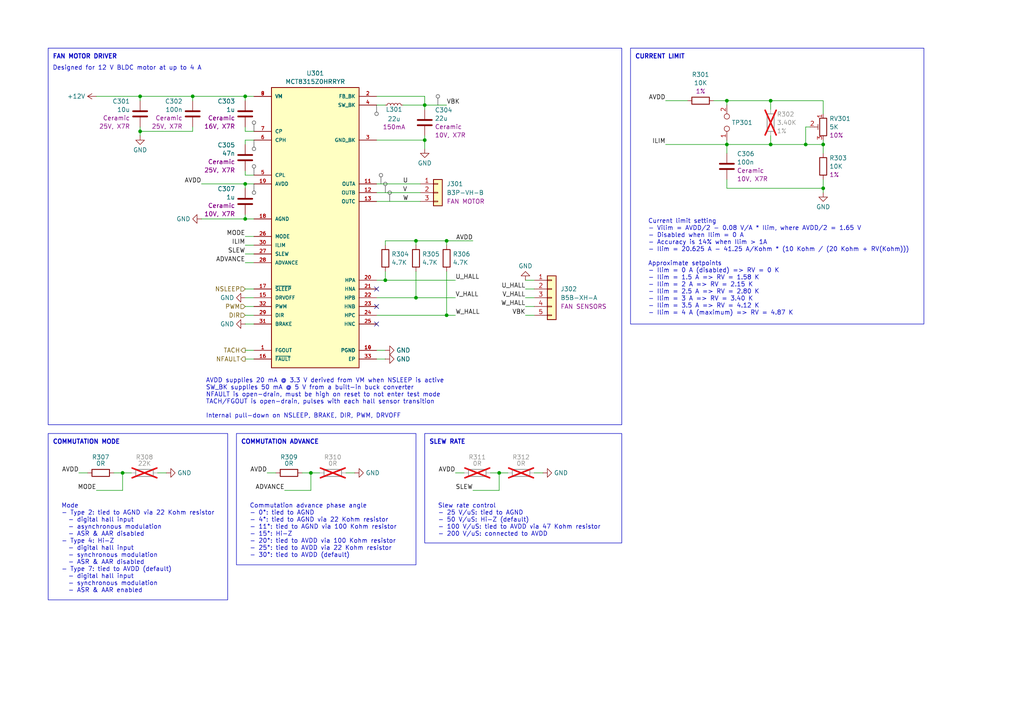
<source format=kicad_sch>
(kicad_sch (version 20231120) (generator "eeschema") (generator_version "8.0")
  (paper "A4")
  (title_block (title "Minuet Fan Motor Driver"))
  (lib_symbols
    (symbol "Connector:TestPoint_2Pole" (pin_names (offset 0.762) hide)
      (property "Reference" "TP" (at 0 1.524 0))
      (property "Value" "TestPoint_2Pole" (at 0 -1.778 0))
      (symbol "TestPoint_2Pole_0_1"
        (circle (center -1.778 0) (radius 0.762))
        (circle (center 1.778 0) (radius 0.762))
        (pin passive line (at -5.08 0 0) (length 2.54) (name "1") (number "1"))
        (pin passive line (at 5.08 0 180) (length 2.54) (name "2") (number "2"))
      )
    )
    (symbol "Connector_Generic:Conn_01x03" (pin_names (offset 1.016) hide)
      (property "Reference" "J" (at 0 5.08 0))
      (property "Value" "Conn_01x03" (at 0 -5.08 0))
      (symbol "Conn_01x03_1_1"
        (rectangle (start -1.27 -2.413) (end 0 -2.667) (stroke (width 0.1524)))
        (rectangle (start -1.27 0.127) (end 0 -0.127) (stroke (width 0.1524)))
        (rectangle (start -1.27 2.667) (end 0 2.413) (stroke (width 0.1524)))
        (rectangle (start -1.27 3.81) (end 1.27 -3.81) (stroke (width 0.254)) (fill (type background)))
        (pin passive line (at -5.08 2.54 0) (length 3.81) (name "Pin_1") (number "1"))
        (pin passive line (at -5.08 0 0) (length 3.81) (name "Pin_2") (number "2"))
        (pin passive line (at -5.08 -2.54 0) (length 3.81) (name "Pin_3") (number "3"))
      )
    )
    (symbol "Connector_Generic:Conn_01x05" (pin_names (offset 1.016) hide)
      (property "Reference" "J" (at 0 7.62 0))
      (property "Value" "Conn_01x05" (at 0 -7.62 0))
      (symbol "Conn_01x05_1_1"
        (rectangle (start -1.27 -4.953) (end 0 -5.207) (stroke (width 0.1524)))
        (rectangle (start -1.27 -2.413) (end 0 -2.667) (stroke (width 0.1524)))
        (rectangle (start -1.27 0.127) (end 0 -0.127) (stroke (width 0.1524)))
        (rectangle (start -1.27 2.667) (end 0 2.413) (stroke (width 0.1524)))
        (rectangle (start -1.27 5.207) (end 0 4.953) (stroke (width 0.1524)))
        (rectangle (start -1.27 6.35) (end 1.27 -6.35) (stroke (width 0.254)) (fill (type background)))
        (pin passive line (at -5.08 5.08 0) (length 3.81) (name "Pin_1") (number "1"))
        (pin passive line (at -5.08 2.54 0) (length 3.81) (name "Pin_2") (number "2"))
        (pin passive line (at -5.08 0 0) (length 3.81) (name "Pin_3") (number "3"))
        (pin passive line (at -5.08 -2.54 0) (length 3.81) (name "Pin_4") (number "4"))
        (pin passive line (at -5.08 -5.08 0) (length 3.81) (name "Pin_5") (number "5"))
      )
    )
    (symbol "Device:C" (pin_numbers hide) (pin_names (offset 0.254))
      (property "Reference" "C" (at 0.635 2.54 0))
      (property "Value" "C" (at 0.635 -2.54 0))
      (symbol "C_0_1"
        (polyline (pts (xy -2.032 -0.762) (xy 2.032 -0.762)) (stroke (width 0.508)))
        (polyline (pts (xy -2.032 0.762) (xy 2.032 0.762)) (stroke (width 0.508)))
      )
      (symbol "C_1_1"
        (pin passive line (at 0 3.81 270) (length 2.794) (name "~") (number "1"))
        (pin passive line (at 0 -3.81 90) (length 2.794) (name "~") (number "2"))
      )
    )
    (symbol "Device:L_Small" (pin_numbers hide) (pin_names (offset 0.254) hide)
      (property "Reference" "L" (at 0.762 1.016 0))
      (property "Value" "L_Small" (at 0.762 -1.016 0))
      (symbol "L_Small_0_1"
        (arc (start 0 -2.032) (mid 0.5058 -1.524) (end 0 -1.016))
        (arc (start 0 -1.016) (mid 0.5058 -0.508) (end 0 0))
        (arc (start 0 0) (mid 0.5058 0.508) (end 0 1.016))
        (arc (start 0 1.016) (mid 0.5058 1.524) (end 0 2.032))
      )
      (symbol "L_Small_1_1"
        (pin passive line (at 0 2.54 270) (length 0.508) (name "~") (number "1"))
        (pin passive line (at 0 -2.54 90) (length 0.508) (name "~") (number "2"))
      )
    )
    (symbol "Device:R" (pin_numbers hide) (pin_names (offset 0))
      (property "Reference" "R" (at 2.032 0 90))
      (property "Value" "R" (at 0 0 90))
      (symbol "R_0_1"
        (rectangle (start -1.016 -2.54) (end 1.016 2.54) (stroke (width 0.254)))
      )
      (symbol "R_1_1"
        (pin passive line (at 0 3.81 270) (length 1.27) (name "~") (number "1"))
        (pin passive line (at 0 -3.81 90) (length 1.27) (name "~") (number "2"))
      )
    )
    (symbol "Device:R_Potentiometer_Trim" (pin_names (offset 1.016) hide)
      (property "Reference" "RV" (at -4.445 0 90))
      (property "Value" "R_Potentiometer_Trim" (at -2.54 0 90))
      (symbol "R_Potentiometer_Trim_0_1"
        (polyline (pts (xy 1.524 0.762) (xy 1.524 -0.762)))
        (polyline (pts (xy 2.54 0) (xy 1.524 0)))
        (rectangle (start 1.016 2.54) (end -1.016 -2.54) (stroke (width 0.254)))
      )
      (symbol "R_Potentiometer_Trim_1_1"
        (pin passive line (at 0 3.81 270) (length 1.27) (name "1") (number "1"))
        (pin passive line (at 3.81 0 180) (length 1.27) (name "2") (number "2"))
        (pin passive line (at 0 -3.81 90) (length 1.27) (name "3") (number "3"))
      )
    )
    (symbol "MCT8315Z0HRRYR:MCT8315Z0HRRYR" (pin_names (offset 1.016))
      (property "Reference" "U" (at -12.7 41.402 0))
      (property "Value" "MCT8315Z0HRRYR" (at -12.7 -43.18 0))
      (symbol "MCT8315Z0HRRYR_0_0"
        (rectangle (start -12.7 40.64) (end 12.7 -40.64) (stroke (width 0.254)) (fill (type background)))
        (pin output line (at -17.78 -35.56 0) (length 5.08) (name "FGOUT") (number "1"))
        (pin power_in line (at 17.78 -35.56 180) (length 5.08) (name "PGND") (number "10"))
        (pin power_in line (at 17.78 -35.56 180) (length 5.08) (name "PGND") (number "14"))
        (pin input line (at -17.78 -20.32 0) (length 5.08) (name "DRVOFF") (number "15"))
        (pin output line (at -17.78 -38.1 0) (length 5.08) (name "~{FAULT}") (number "16"))
        (pin input line (at -17.78 -17.78 0) (length 5.08) (name "~{SLEEP}") (number "17"))
        (pin power_in line (at -17.78 2.54 0) (length 5.08) (name "AGND") (number "18"))
        (pin input line (at 17.78 38.1 180) (length 5.08) (name "FB_BK") (number "2"))
        (pin input line (at 17.78 -15.24 180) (length 5.08) (name "HPA") (number "20"))
        (pin input line (at 17.78 -17.78 180) (length 5.08) (name "HNA") (number "21"))
        (pin input line (at 17.78 -20.32 180) (length 5.08) (name "HPB") (number "22"))
        (pin input line (at 17.78 -22.86 180) (length 5.08) (name "HNB") (number "23"))
        (pin input line (at 17.78 -25.4 180) (length 5.08) (name "HPC") (number "24"))
        (pin input line (at 17.78 -27.94 180) (length 5.08) (name "HNC") (number "25"))
        (pin input line (at -17.78 -2.54 0) (length 5.08) (name "MODE") (number "26"))
        (pin input line (at -17.78 -7.62 0) (length 5.08) (name "SLEW") (number "27"))
        (pin input line (at -17.78 -10.16 0) (length 5.08) (name "ADVANCE") (number "28"))
        (pin input line (at -17.78 -25.4 0) (length 5.08) (name "DIR") (number "29"))
        (pin power_in line (at 17.78 25.4 180) (length 5.08) (name "GND_BK") (number "3"))
        (pin input line (at -17.78 -5.08 0) (length 5.08) (name "ILIM") (number "30"))
        (pin input line (at -17.78 -27.94 0) (length 5.08) (name "BRAKE") (number "31"))
        (pin input line (at -17.78 -22.86 0) (length 5.08) (name "PWM") (number "32"))
        (pin power_in line (at 17.78 -38.1 180) (length 5.08) (name "EP") (number "33"))
        (pin power_in line (at -17.78 38.1 0) (length 5.08) (name "VM") (number "8"))
        (pin power_in line (at -17.78 38.1 0) (length 5.08) (name "VM") (number "9"))
      )
      (symbol "MCT8315Z0HRRYR_1_0"
        (pin power_out line (at 17.78 12.7 180) (length 5.08) (name "OUTA") (number "11"))
        (pin power_out line (at 17.78 10.16 180) (length 5.08) (name "OUTB") (number "12"))
        (pin power_out line (at 17.78 7.62 180) (length 5.08) (name "OUTC") (number "13"))
        (pin power_out line (at -17.78 12.7 0) (length 5.08) (name "AVDD") (number "19"))
        (pin power_out line (at 17.78 35.56 180) (length 5.08) (name "SW_BK") (number "4"))
        (pin power_out line (at -17.78 15.24 0) (length 5.08) (name "CPL") (number "5"))
        (pin power_out line (at -17.78 25.4 0) (length 5.08) (name "CPH") (number "6"))
        (pin power_out line (at -17.78 27.94 0) (length 5.08) (name "CP") (number "7"))
      )
    )
    (symbol "power:+12V" (power) (pin_numbers hide) (pin_names (offset 0) hide)
      (property "Value" "+12V" (at 0 3.556 0))
      (symbol "+12V_0_1"
        (polyline (pts (xy -0.762 1.27) (xy 0 2.54)))
        (polyline (pts (xy 0 0) (xy 0 2.54)))
        (polyline (pts (xy 0 2.54) (xy 0.762 1.27)))
      )
      (symbol "+12V_1_1"
        (pin power_in line (at 0 0 90) (length 0) (name "~") (number "1"))
      )
    )
    (symbol "power:GND" (power) (pin_numbers hide) (pin_names (offset 0) hide)
      (property "Value" "GND" (at 0 -3.81 0))
      (symbol "GND_0_1"
        (polyline (pts (xy 0 0) (xy 0 -1.27) (xy 1.27 -1.27) (xy 0 -2.54) (xy -1.27 -1.27) (xy 0 -1.27)))
      )
      (symbol "GND_1_1"
        (pin power_in line (at 0 0 270) (length 0) (name "~") (number "1"))
      )
    )
  )
  (junction (at 238.76 54.61))
  (junction (at 55.88 27.94))
  (junction (at 238.76 41.91))
  (junction (at 71.12 63.5))
  (junction (at 123.19 40.64))
  (junction (at 71.12 53.34))
  (junction (at 123.19 30.48))
  (junction (at 40.64 27.94))
  (junction (at 90.17 137.16))
  (junction (at 71.12 27.94))
  (junction (at 210.82 29.21))
  (junction (at 129.54 69.85))
  (junction (at 210.82 41.91))
  (junction (at 144.78 137.16))
  (junction (at 223.52 41.91))
  (junction (at 129.54 91.44))
  (junction (at 111.76 81.28))
  (junction (at 35.56 137.16))
  (junction (at 120.65 86.36))
  (junction (at 223.52 29.21))
  (junction (at 40.64 38.1))
  (junction (at 233.68 41.91))
  (junction (at 120.65 69.85))
  (no_connect (at 109.22 88.9))
  (no_connect (at 109.22 93.98))
  (no_connect (at 109.22 83.82))
  (wire (pts (xy 71.12 41.91) (xy 71.12 40.64)))
  (wire (pts (xy 120.65 86.36) (xy 120.65 78.74)))
  (wire (pts (xy 71.12 54.61) (xy 71.12 53.34)))
  (wire (pts (xy 123.19 39.37) (xy 123.19 40.64)))
  (wire (pts (xy 71.12 27.94) (xy 73.66 27.94)))
  (wire (pts (xy 71.12 76.2) (xy 73.66 76.2)))
  (wire (pts (xy 35.56 137.16) (xy 33.02 137.16)))
  (wire (pts (xy 129.54 69.85) (xy 129.54 71.12)))
  (wire (pts (xy 71.12 29.21) (xy 71.12 27.94)))
  (wire (pts (xy 109.22 30.48) (xy 111.76 30.48)))
  (wire (pts (xy 154.94 137.16) (xy 157.48 137.16)))
  (wire (pts (xy 123.19 40.64) (xy 123.19 43.18)))
  (wire (pts (xy 90.17 137.16) (xy 92.71 137.16)))
  (wire (pts (xy 109.22 27.94) (xy 123.19 27.94)))
  (wire (pts (xy 144.78 137.16) (xy 142.24 137.16)))
  (wire (pts (xy 109.22 40.64) (xy 123.19 40.64)))
  (wire (pts (xy 35.56 137.16) (xy 38.1 137.16)))
  (wire (pts (xy 234.95 36.83) (xy 233.68 36.83)))
  (wire (pts (xy 144.78 142.24) (xy 144.78 137.16)))
  (wire (pts (xy 233.68 36.83) (xy 233.68 41.91)))
  (wire (pts (xy 223.52 29.21) (xy 238.76 29.21)))
  (wire (pts (xy 207.01 29.21) (xy 210.82 29.21)))
  (wire (pts (xy 129.54 69.85) (xy 120.65 69.85)))
  (wire (pts (xy 71.12 27.94) (xy 55.88 27.94)))
  (wire (pts (xy 40.64 27.94) (xy 55.88 27.94)))
  (wire (pts (xy 58.42 63.5) (xy 71.12 63.5)))
  (wire (pts (xy 82.55 142.24) (xy 90.17 142.24)))
  (wire (pts (xy 71.12 101.6) (xy 73.66 101.6)))
  (wire (pts (xy 35.56 142.24) (xy 35.56 137.16)))
  (wire (pts (xy 132.08 86.36) (xy 120.65 86.36)))
  (wire (pts (xy 120.65 69.85) (xy 111.76 69.85)))
  (wire (pts (xy 238.76 41.91) (xy 238.76 44.45)))
  (wire (pts (xy 109.22 81.28) (xy 111.76 81.28)))
  (wire (pts (xy 109.22 86.36) (xy 120.65 86.36)))
  (wire (pts (xy 71.12 68.58) (xy 73.66 68.58)))
  (wire (pts (xy 71.12 71.12) (xy 73.66 71.12)))
  (wire (pts (xy 77.47 137.16) (xy 80.01 137.16)))
  (wire (pts (xy 111.76 81.28) (xy 132.08 81.28)))
  (wire (pts (xy 132.08 91.44) (xy 129.54 91.44)))
  (wire (pts (xy 152.4 81.28) (xy 154.94 81.28)))
  (wire (pts (xy 55.88 38.1) (xy 40.64 38.1)))
  (wire (pts (xy 223.52 29.21) (xy 223.52 31.75)))
  (wire (pts (xy 193.04 29.21) (xy 199.39 29.21)))
  (wire (pts (xy 71.12 63.5) (xy 71.12 62.23)))
  (wire (pts (xy 55.88 36.83) (xy 55.88 38.1)))
  (wire (pts (xy 71.12 104.14) (xy 73.66 104.14)))
  (wire (pts (xy 137.16 69.85) (xy 129.54 69.85)))
  (wire (pts (xy 116.84 30.48) (xy 123.19 30.48)))
  (wire (pts (xy 27.94 142.24) (xy 35.56 142.24)))
  (wire (pts (xy 27.94 27.94) (xy 40.64 27.94)))
  (wire (pts (xy 111.76 78.74) (xy 111.76 81.28)))
  (wire (pts (xy 100.33 137.16) (xy 102.87 137.16)))
  (wire (pts (xy 144.78 137.16) (xy 147.32 137.16)))
  (wire (pts (xy 238.76 40.64) (xy 238.76 41.91)))
  (wire (pts (xy 132.08 137.16) (xy 134.62 137.16)))
  (wire (pts (xy 137.16 142.24) (xy 144.78 142.24)))
  (wire (pts (xy 129.54 91.44) (xy 129.54 78.74)))
  (wire (pts (xy 238.76 54.61) (xy 238.76 55.88)))
  (wire (pts (xy 40.64 38.1) (xy 40.64 36.83)))
  (wire (pts (xy 152.4 83.82) (xy 154.94 83.82)))
  (wire (pts (xy 152.4 86.36) (xy 154.94 86.36)))
  (wire (pts (xy 40.64 29.21) (xy 40.64 27.94)))
  (wire (pts (xy 90.17 142.24) (xy 90.17 137.16)))
  (wire (pts (xy 152.4 91.44) (xy 154.94 91.44)))
  (wire (pts (xy 71.12 53.34) (xy 73.66 53.34)))
  (wire (pts (xy 22.86 137.16) (xy 25.4 137.16)))
  (wire (pts (xy 109.22 104.14) (xy 111.76 104.14)))
  (wire (pts (xy 210.82 41.91) (xy 210.82 44.45)))
  (wire (pts (xy 210.82 29.21) (xy 223.52 29.21)))
  (wire (pts (xy 123.19 27.94) (xy 123.19 30.48)))
  (wire (pts (xy 55.88 27.94) (xy 55.88 29.21)))
  (wire (pts (xy 71.12 36.83) (xy 71.12 38.1)))
  (wire (pts (xy 210.82 29.21) (xy 210.82 30.48)))
  (wire (pts (xy 71.12 38.1) (xy 73.66 38.1)))
  (wire (pts (xy 71.12 86.36) (xy 73.66 86.36)))
  (wire (pts (xy 193.04 41.91) (xy 210.82 41.91)))
  (wire (pts (xy 71.12 63.5) (xy 73.66 63.5)))
  (wire (pts (xy 123.19 30.48) (xy 123.19 31.75)))
  (wire (pts (xy 152.4 88.9) (xy 154.94 88.9)))
  (wire (pts (xy 58.42 53.34) (xy 71.12 53.34)))
  (wire (pts (xy 71.12 40.64) (xy 73.66 40.64)))
  (wire (pts (xy 71.12 88.9) (xy 73.66 88.9)))
  (wire (pts (xy 223.52 39.37) (xy 223.52 41.91)))
  (wire (pts (xy 109.22 55.88) (xy 121.92 55.88)))
  (wire (pts (xy 210.82 40.64) (xy 210.82 41.91)))
  (wire (pts (xy 90.17 137.16) (xy 87.63 137.16)))
  (wire (pts (xy 71.12 93.98) (xy 73.66 93.98)))
  (wire (pts (xy 109.22 53.34) (xy 121.92 53.34)))
  (wire (pts (xy 120.65 69.85) (xy 120.65 71.12)))
  (wire (pts (xy 109.22 91.44) (xy 129.54 91.44)))
  (wire (pts (xy 71.12 50.8) (xy 73.66 50.8)))
  (wire (pts (xy 233.68 41.91) (xy 238.76 41.91)))
  (wire (pts (xy 109.22 101.6) (xy 111.76 101.6)))
  (wire (pts (xy 210.82 54.61) (xy 238.76 54.61)))
  (wire (pts (xy 223.52 41.91) (xy 233.68 41.91)))
  (wire (pts (xy 71.12 49.53) (xy 71.12 50.8)))
  (wire (pts (xy 210.82 41.91) (xy 223.52 41.91)))
  (wire (pts (xy 123.19 30.48) (xy 129.54 30.48)))
  (wire (pts (xy 40.64 38.1) (xy 40.64 39.37)))
  (wire (pts (xy 71.12 83.82) (xy 73.66 83.82)))
  (wire (pts (xy 71.12 73.66) (xy 73.66 73.66)))
  (wire (pts (xy 71.12 91.44) (xy 73.66 91.44)))
  (wire (pts (xy 238.76 33.02) (xy 238.76 29.21)))
  (wire (pts (xy 111.76 69.85) (xy 111.76 71.12)))
  (wire (pts (xy 109.22 58.42) (xy 121.92 58.42)))
  (wire (pts (xy 210.82 54.61) (xy 210.82 52.07)))
  (wire (pts (xy 45.72 137.16) (xy 48.26 137.16)))
  (wire (pts (xy 238.76 52.07) (xy 238.76 54.61)))
  (rectangle (start 68.58 125.73) (end 120.65 163.83))
  (rectangle (start 123.19 125.73) (end 180.34 157.48))
  (rectangle (start 13.97 125.73) (end 66.04 173.99))
  (rectangle (start 13.97 13.97) (end 180.34 123.19))
  (rectangle (start 182.88 13.97) (end 267.97 93.98))
  (text "CURRENT LIMIT" (at 184.15 16.51 0) (effects (font (size 1.27 1.27) (thickness 0.254) (bold yes)) (justify left)))
  (text "Commutation advance phase angle\n- 0°: tied to AGND\n- 4°: tied to AGND via 22 Kohm resistor\n- 11°: tied to AGND via 100 Kohm resistor\n- 15°: Hi-Z\n- 20°: tied to AVDD via 100 Kohm resistor\n- 25°: tied to AVDD via 22 Kohm resistor\n- 30°: tied to AVDD (default)" (at 72.39 146.05 0) (effects (font (size 1.27 1.27)) (justify left top)))
  (text "COMMUTATION ADVANCE" (at 69.85 128.27 0) (effects (font (size 1.27 1.27) (thickness 0.254) (bold yes)) (justify left)))
  (text "FAN MOTOR DRIVER" (at 15.24 16.51 0) (effects (font (size 1.27 1.27) (thickness 0.254) (bold yes)) (justify left)))
  (text "SLEW RATE" (at 124.46 128.27 0) (effects (font (size 1.27 1.27) (thickness 0.254) (bold yes)) (justify left)))
  (text "COMMUTATION MODE" (at 15.24 128.27 0) (effects (font (size 1.27 1.27) (thickness 0.254) (bold yes)) (justify left)))
  (text "Designed for 12 V BLDC motor at up to 4 A" (at 15.24 19.05 0) (effects (font (size 1.27 1.27)) (justify left top)))
  (text "Mode\n- Type 2: tied to AGND via 22 Kohm resistor\n  - digital hall input\n  - asynchronous modulation\n  - ASR & AAR disabled\n- Type 4: Hi-Z\n  - digital hall input\n  - synchronous modulation\n  - ASR & AAR disabled\n- Type 7: tied to AVDD (default)\n  - digital hall input\n  - synchronous modulation\n  - ASR & AAR enabled\n" (at 17.78 146.05 0) (effects (font (size 1.27 1.27)) (justify left top)))
  (text "AVDD supplies 20 mA @ 3.3 V derived from VM when NSLEEP is active\nSW_BK supplies 50 mA @ 5 V from a built-in buck converter\nNFAULT is open-drain, must be high on reset to not enter test mode\nTACH/FGOUT is open-drain, pulses with each hall sensor transition\n\nInternal pull-down on NSLEEP, BRAKE, DIR, PWM, DRVOFF" (at 59.69 115.57 0) (effects (font (size 1.27 1.27)) (justify left)))
  (text "Current limit setting\n- Vilim = AVDD/2 - 0.08 V/A * Ilim, where AVDD/2 = 1.65 V\n- Disabled when Ilim = 0 A\n- Accuracy is 14% when Ilim > 1A\n- Ilim = 20.625 A - 41.25 A/Kohm * (10 Kohm / (20 Kohm + RV(Kohm)))\n\nApproximate setpoints\n- Ilim = 0 A (disabled) => RV = 0 K\n- Ilim = 1.5 A => RV = 1.58 K\n- Ilim = 2 A => RV = 2.15 K\n- Ilim = 2.5 A => RV = 2.80 K\n- Ilim = 3 A => RV = 3.40 K\n- Ilim = 3.5 A => RV = 4.12 K\n- Ilim = 4 A (maximum) => RV = 4.87 K\n" (at 187.96 63.5 0) (effects (font (size 1.27 1.27)) (justify left top)))
  (text "Slew rate control\n- 25 V/uS: tied to AGND\n- 50 V/uS: Hi-Z (default)\n- 100 V/uS: tied to AVDD via 47 Kohm resistor\n- 200 V/uS: connected to AVDD" (at 127 146.05 0) (effects (font (size 1.27 1.27)) (justify left top)))
  (label "W_HALL" (at 132.08 91.44 0))
  (label "ILIM" (at 193.04 41.91 180))
  (label "W_HALL" (at 152.4 88.9 180))
  (label "W" (at 116.84 58.42 0))
  (label "V" (at 116.84 55.88 0))
  (label "SLEW" (at 137.16 142.24 180))
  (label "ADVANCE" (at 82.55 142.24 180))
  (label "AVDD" (at 58.42 53.34 180))
  (label "ADVANCE" (at 71.12 76.2 180))
  (label "U_HALL" (at 132.08 81.28 0))
  (label "MODE" (at 27.94 142.24 180))
  (label "V_HALL" (at 152.4 86.36 180))
  (label "AVDD" (at 22.86 137.16 180))
  (label "VBK" (at 152.4 91.44 180))
  (label "U" (at 116.84 53.34 0))
  (label "AVDD" (at 137.16 69.85 180))
  (label "SLEW" (at 71.12 73.66 180))
  (label "AVDD" (at 77.47 137.16 180))
  (label "VBK" (at 129.54 30.48 0))
  (label "AVDD" (at 193.04 29.21 180))
  (label "AVDD" (at 132.08 137.16 180))
  (label "ILIM" (at 71.12 71.12 180))
  (label "MODE" (at 71.12 68.58 180))
  (label "U_HALL" (at 152.4 83.82 180))
  (label "V_HALL" (at 132.08 86.36 0))
  (hierarchical_label "DIR" (shape input) (at 71.12 91.44 180))
  (hierarchical_label "TACH" (shape output) (at 71.12 101.6 180))
  (hierarchical_label "NFAULT" (shape output) (at 71.12 104.14 180))
  (hierarchical_label "PWM" (shape input) (at 71.12 88.9 180))
  (hierarchical_label "NSLEEP" (shape input) (at 71.12 83.82 180))
  (netclass_flag "" (length 2.54) (shape round) (at 113.03 58.42 0) (property "Netclass" "Power-4A" (effects (hide yes))))
  (netclass_flag "" (length 2.54) (shape round) (at 109.22 30.48 180) (property "Netclass" "Power" (effects (hide yes))))
  (netclass_flag "" (length 2.54) (shape round) (at 110.49 53.34 0) (property "Netclass" "Power-4A" (effects (hide yes))))
  (netclass_flag "" (length 2.54) (shape round) (at 73.66 53.34 180) (property "Netclass" "Power" (effects (hide yes))))
  (netclass_flag "" (length 2.54) (shape round) (at 127 30.48 0) (property "Netclass" "Power" (effects (hide yes))))
  (netclass_flag "" (length 2.54) (shape round) (at 111.76 55.88 0) (property "Netclass" "Power-4A" (effects (hide yes))))
  (netclass_flag "" (length 2.54) (shape round) (at 73.66 40.64 180) (property "Netclass" "Power" (effects (hide yes))))
  (netclass_flag "" (length 2.54) (shape round) (at 73.66 50.8 0) (property "Netclass" "Power" (effects (hide yes))))
  (netclass_flag "" (length 2.54) (shape round) (at 73.66 38.1 0) (property "Netclass" "Power" (effects (hide yes))))
  (symbol (lib_id "Device:L_Small") (at 114.3 30.48 270) (mirror x) (unit 1)
    (property "Reference" "L301" (at 114.3 31.75 90))
    (property "Value" "22u" (at 114.3 34.4974 90))
    (property "Footprint" "Inductor_SMD:L_0603_1608Metric" (effects (hide yes)))
    (property "Description" "Inductor, small symbol" (effects (hide yes)))
    (property "Rating" "150mA" (at 114.3 36.83 90))
  )
  (symbol (lib_id "Connector:TestPoint_2Pole") (at 210.82 35.56 270) (mirror x) (unit 1) (in_bom no)
    (property "Reference" "TP301" (at 212.217 35.56 90) (effects (justify left)))
    (property "Value" "TestPoint_2Pole" (effects (hide yes)))
    (property "Footprint" "TestPoint:TestPoint_2Pads_Pitch5.08mm_Drill1.3mm" (effects (hide yes)))
    (property "Description" "2-polar test point" (effects (hide yes)))
  )
  (symbol (lib_id "Device:C") (at 71.12 33.02 0) (mirror y) (unit 1)
    (property "Reference" "C303" (at 68.199 29.3835 0) (effects (justify left)))
    (property "Value" "1u" (at 68.199 31.8078 0) (effects (justify left)))
    (property "Footprint" "Capacitor_SMD:C_0603_1608Metric" (effects (hide yes)))
    (property "Description" "Unpolarized capacitor" (effects (hide yes)))
    (property "Type" "Ceramic" (at 68.199 34.2321 0) (effects (justify left)))
    (property "Rating" "16V, X7R" (at 68.199 36.6564 0) (effects (justify left)))
  )
  (symbol (lib_id "Connector_Generic:Conn_01x05") (at 160.02 86.36 0) (unit 1)
    (property "Reference" "J302" (at 162.56 83.82 0) (effects (justify left)))
    (property "Value" "B5B-XH-A" (at 162.56 86.36 0) (effects (justify left)))
    (property "Footprint" "Connector_JST:JST_XH_B5B-XH-A_1x05_P2.50mm_Vertical" (effects (hide yes)))
    (property "Description" "Generic connector, single row, 01x05, script generated (kicad-library-utils/schlib/autogen/connector/)" (effects (hide yes)))
    (property "Label" "FAN SENSORS" (at 162.56 88.9 0) (effects (justify left)))
  )
  (symbol (lib_id "Device:C") (at 55.88 33.02 0) (unit 1)
    (property "Reference" "C302" (at 52.959 29.3835 0) (effects (justify right)))
    (property "Value" "100n" (at 52.959 31.8078 0) (effects (justify right)))
    (property "Footprint" "Capacitor_SMD:C_0603_1608Metric" (effects (hide yes)))
    (property "Description" "Unpolarized capacitor" (effects (hide yes)))
    (property "Type" "Ceramic" (at 52.959 34.2321 0) (effects (justify right)))
    (property "Rating" "25V, X7R" (at 52.959 36.6564 0) (effects (justify right)))
  )
  (symbol (lib_id "Device:R") (at 129.54 74.93 0) (mirror y) (unit 1)
    (property "Reference" "R306" (at 131.318 73.7178 0) (effects (justify right)))
    (property "Value" "4.7K" (at 131.318 76.1421 0) (effects (justify right)))
    (property "Footprint" "Resistor_SMD:R_0603_1608Metric" (effects (hide yes)))
    (property "Description" "Resistor" (effects (hide yes)))
  )
  (symbol (lib_id "Device:C") (at 71.12 58.42 0) (unit 1)
    (property "Reference" "C307" (at 68.199 54.7835 0) (effects (justify right)))
    (property "Value" "1u" (at 68.199 57.2078 0) (effects (justify right)))
    (property "Footprint" "Capacitor_SMD:C_0603_1608Metric" (effects (hide yes)))
    (property "Description" "Unpolarized capacitor" (effects (hide yes)))
    (property "Type" "Ceramic" (at 68.199 59.6321 0) (effects (justify right)))
    (property "Rating" "10V, X7R" (at 68.199 62.0564 0) (effects (justify right)))
  )
  (symbol (lib_id "power:GND") (at 71.12 93.98 270) (unit 1)
    (property "Reference" "#PWR0308" (effects (hide yes)))
    (property "Value" "GND" (at 67.9451 93.98 90) (effects (justify right)))
    (property "Description" "Power symbol creates a global label with name \"GND\" , ground" (effects (hide yes)))
  )
  (symbol (lib_id "power:GND") (at 48.26 137.16 90) (mirror x) (unit 1)
    (property "Reference" "#PWR0311" (effects (hide yes)))
    (property "Value" "GND" (at 51.435 137.16 90) (effects (justify right)))
    (property "Description" "Power symbol creates a global label with name \"GND\" , ground" (effects (hide yes)))
  )
  (symbol (lib_id "Device:R") (at 96.52 137.16 90) (mirror x) (unit 1) (dnp yes)
    (property "Reference" "R310" (at 96.52 132.588 90))
    (property "Value" "0R" (at 96.52 134.4238 90))
    (property "Footprint" "Resistor_SMD:R_0603_1608Metric_Pad0.98x0.95mm_HandSolder" (effects (hide yes)))
    (property "Description" "Resistor" (effects (hide yes)))
  )
  (symbol (lib_id "Device:C") (at 123.19 35.56 0) (mirror y) (unit 1)
    (property "Reference" "C304" (at 126.111 31.9235 0) (effects (justify right)))
    (property "Value" "22u" (at 126.111 34.3478 0) (effects (justify right)))
    (property "Footprint" "Capacitor_SMD:C_1206_3216Metric" (effects (hide yes)))
    (property "Description" "Unpolarized capacitor" (effects (hide yes)))
    (property "Type" "Ceramic" (at 126.111 36.7721 0) (effects (justify right)))
    (property "Rating" "10V, X7R" (at 126.111 39.1964 0) (effects (justify right)))
  )
  (symbol (lib_id "power:+12V") (at 27.94 27.94 90) (unit 1)
    (property "Reference" "#PWR0301" (effects (hide yes)))
    (property "Value" "+12V" (at 24.765 27.94 90) (effects (justify left)))
    (property "Description" "Power symbol creates a global label with name \"+12V\"" (effects (hide yes)))
  )
  (symbol (lib_id "Device:R") (at 29.21 137.16 90) (mirror x) (unit 1)
    (property "Reference" "R307" (at 29.21 132.588 90))
    (property "Value" "0R" (at 29.21 134.4238 90))
    (property "Footprint" "Resistor_SMD:R_0603_1608Metric_Pad0.98x0.95mm_HandSolder" (effects (hide yes)))
    (property "Description" "Resistor" (effects (hide yes)))
  )
  (symbol (lib_id "Device:C") (at 210.82 48.26 0) (unit 1)
    (property "Reference" "C306" (at 213.741 44.6235 0) (effects (justify left)))
    (property "Value" "100n" (at 213.741 47.0478 0) (effects (justify left)))
    (property "Footprint" "Capacitor_SMD:C_0603_1608Metric" (effects (hide yes)))
    (property "Description" "Unpolarized capacitor" (effects (hide yes)))
    (property "Type" "Ceramic" (at 213.741 49.4721 0) (effects (justify left)))
    (property "Rating" "10V, X7R" (at 213.741 51.8964 0) (effects (justify left)))
  )
  (symbol (lib_id "power:GND") (at 102.87 137.16 90) (mirror x) (unit 1)
    (property "Reference" "#PWR0312" (effects (hide yes)))
    (property "Value" "GND" (at 106.045 137.16 90) (effects (justify right)))
    (property "Description" "Power symbol creates a global label with name \"GND\" , ground" (effects (hide yes)))
  )
  (symbol (lib_id "MCT8315Z0HRRYR:MCT8315Z0HRRYR") (at 91.44 66.04 0) (unit 1)
    (property "Reference" "U301" (at 91.44 21.2555 0))
    (property "Value" "MCT8315Z0HRRYR" (at 91.44 23.6798 0))
    (property "Footprint" "MCT8315Z:IC_MCT8315Z0HRRYR" (effects (hide yes)))
    (property "Datasheet" "https://www.ti.com/lit/ds/symlink/mct8315z.pdf" (effects (hide yes)))
    (property "MF" "Texas Instruments" (effects (hide yes)))
    (property "MAXIMUM_PACKAGE_HEIGHT" "0.8mm" (effects (hide yes)))
    (property "Package" "None" (effects (hide yes)))
    (property "Price" "None" (effects (hide yes)))
    (property "Check_prices" "https://www.snapeda.com/parts/MCT8315Z0HRRYR/Texas+Instruments/view-part/?ref=eda" (effects (hide yes)))
    (property "STANDARD" "Manufacturer Recommendations" (effects (hide yes)))
    (property "PARTREV" "December 2023" (effects (hide yes)))
    (property "SnapEDA_Link" "https://www.snapeda.com/parts/MCT8315Z0HRRYR/Texas+Instruments/view-part/?ref=snap" (effects (hide yes)))
    (property "MP" "MCT8315Z0HRRYR" (effects (hide yes)))
    (property "Description_1" "\n                        \n                            40-V max, 4-A peak, sensored trapezoidal control 3-phase BLDC motor driver\n                        \n" (effects (hide yes)))
    (property "Availability" "In Stock" (effects (hide yes)))
    (property "MANUFACTURER" "Texas Instruments" (effects (hide yes)))
  )
  (symbol (lib_id "power:GND") (at 111.76 101.6 90) (unit 1)
    (property "Reference" "#PWR0309" (effects (hide yes)))
    (property "Value" "GND" (at 114.935 101.6 90) (effects (justify right)))
    (property "Description" "Power symbol creates a global label with name \"GND\" , ground" (effects (hide yes)))
  )
  (symbol (lib_id "Device:R") (at 223.52 35.56 0) (mirror y) (unit 1) (in_bom no) (dnp yes)
    (property "Reference" "R302" (at 225.298 33.1357 0) (effects (justify right)))
    (property "Value" "3.40K" (at 225.298 35.56 0) (effects (justify right)))
    (property "Footprint" "Resistor_SMD:R_0603_1608Metric_Pad0.98x0.95mm_HandSolder" (effects (hide yes)))
    (property "Description" "Resistor" (effects (hide yes)))
    (property "Rating" "1%" (at 225.298 37.9843 0) (effects (justify right)))
  )
  (symbol (lib_id "power:GND") (at 157.48 137.16 90) (mirror x) (unit 1)
    (property "Reference" "#PWR0313" (effects (hide yes)))
    (property "Value" "GND" (at 160.655 137.16 90) (effects (justify right)))
    (property "Description" "Power symbol creates a global label with name \"GND\" , ground" (effects (hide yes)))
  )
  (symbol (lib_id "power:GND") (at 238.76 55.88 0) (mirror y) (unit 1)
    (property "Reference" "#PWR0304" (effects (hide yes)))
    (property "Value" "GND" (at 238.76 60.0131 0))
    (property "Description" "Power symbol creates a global label with name \"GND\" , ground" (effects (hide yes)))
  )
  (symbol (lib_id "Device:R") (at 120.65 74.93 0) (mirror y) (unit 1)
    (property "Reference" "R305" (at 122.428 73.7178 0) (effects (justify right)))
    (property "Value" "4.7K" (at 122.428 76.1421 0) (effects (justify right)))
    (property "Footprint" "Resistor_SMD:R_0603_1608Metric" (effects (hide yes)))
    (property "Description" "Resistor" (effects (hide yes)))
  )
  (symbol (lib_id "Connector_Generic:Conn_01x03") (at 127 55.88 0) (unit 1)
    (property "Reference" "J301" (at 129.54 53.34 0) (effects (justify left)))
    (property "Value" "B3P-VH-B" (at 129.54 55.88 0) (effects (justify left)))
    (property "Footprint" "Connector_JST:JST_VH_B3P-VH-B_1x03_P3.96mm_Vertical" (effects (hide yes)))
    (property "Description" "Generic connector, single row, 01x03, script generated (kicad-library-utils/schlib/autogen/connector/)" (effects (hide yes)))
    (property "Label" "FAN MOTOR" (at 129.54 58.42 0) (effects (justify left)))
  )
  (symbol (lib_id "Device:R") (at 203.2 29.21 90) (mirror x) (unit 1)
    (property "Reference" "R301" (at 203.2 21.6253 90))
    (property "Value" "10K" (at 203.2 24.0496 90))
    (property "Footprint" "Resistor_SMD:R_0603_1608Metric" (effects (hide yes)))
    (property "Description" "Resistor" (effects (hide yes)))
    (property "Rating" "1%" (at 203.2 26.4739 90))
  )
  (symbol (lib_id "Device:R") (at 138.43 137.16 90) (mirror x) (unit 1) (dnp yes)
    (property "Reference" "R311" (at 138.43 132.588 90))
    (property "Value" "0R" (at 138.43 134.4238 90))
    (property "Footprint" "Resistor_SMD:R_0603_1608Metric_Pad0.98x0.95mm_HandSolder" (effects (hide yes)))
    (property "Description" "Resistor" (effects (hide yes)))
  )
  (symbol (lib_id "power:GND") (at 40.64 39.37 0) (unit 1)
    (property "Reference" "#PWR0302" (effects (hide yes)))
    (property "Value" "GND" (at 40.64 43.5031 0))
    (property "Description" "Power symbol creates a global label with name \"GND\" , ground" (effects (hide yes)))
  )
  (symbol (lib_id "Device:R") (at 238.76 48.26 0) (mirror y) (unit 1)
    (property "Reference" "R303" (at 240.538 45.8357 0) (effects (justify right)))
    (property "Value" "10K" (at 240.538 48.26 0) (effects (justify right)))
    (property "Footprint" "Resistor_SMD:R_0603_1608Metric" (effects (hide yes)))
    (property "Description" "Resistor" (effects (hide yes)))
    (property "Rating" "1%" (at 240.538 50.6843 0) (effects (justify right)))
  )
  (symbol (lib_id "power:GND") (at 152.4 81.28 180) (unit 1)
    (property "Reference" "#PWR0306" (effects (hide yes)))
    (property "Value" "GND" (at 152.4 77.1469 0))
    (property "Description" "Power symbol creates a global label with name \"GND\" , ground" (effects (hide yes)))
  )
  (symbol (lib_id "Device:R") (at 151.13 137.16 90) (mirror x) (unit 1) (dnp yes)
    (property "Reference" "R312" (at 151.13 132.588 90))
    (property "Value" "0R" (at 151.13 134.4238 90))
    (property "Footprint" "Resistor_SMD:R_0603_1608Metric_Pad0.98x0.95mm_HandSolder" (effects (hide yes)))
    (property "Description" "Resistor" (effects (hide yes)))
  )
  (symbol (lib_id "Device:C") (at 40.64 33.02 0) (unit 1)
    (property "Reference" "C301" (at 37.719 29.3835 0) (effects (justify right)))
    (property "Value" "10u" (at 37.719 31.8078 0) (effects (justify right)))
    (property "Footprint" "Capacitor_SMD:C_1206_3216Metric" (effects (hide yes)))
    (property "Description" "Unpolarized capacitor" (effects (hide yes)))
    (property "Type" "Ceramic" (at 37.719 34.2321 0) (effects (justify right)))
    (property "Rating" "25V, X7R" (at 37.719 36.6564 0) (effects (justify right)))
  )
  (symbol (lib_id "Device:R") (at 83.82 137.16 90) (mirror x) (unit 1)
    (property "Reference" "R309" (at 83.82 132.588 90))
    (property "Value" "0R" (at 83.82 134.4238 90))
    (property "Footprint" "Resistor_SMD:R_0603_1608Metric_Pad0.98x0.95mm_HandSolder" (effects (hide yes)))
    (property "Description" "Resistor" (effects (hide yes)))
  )
  (symbol (lib_id "Device:R_Potentiometer_Trim") (at 238.76 36.83 0) (mirror y) (unit 1)
    (property "Reference" "RV301" (at 240.538 34.4057 0) (effects (justify right)))
    (property "Value" "5K" (at 240.538 36.83 0) (effects (justify right)))
    (property "Footprint" "3362P-1-502LF:TRIM_3362P-1-502LF" (effects (hide yes)))
    (property "Datasheet" "https://www.bourns.com/docs/Product-Datasheets/3362.pdf" (effects (hide yes)))
    (property "Description" "Trim-potentiometer" (effects (hide yes)))
    (property "Rating" "10%" (at 240.538 39.2543 0) (effects (justify right)))
  )
  (symbol (lib_id "Device:C") (at 71.12 45.72 0) (unit 1)
    (property "Reference" "C305" (at 68.199 42.0835 0) (effects (justify right)))
    (property "Value" "47n" (at 68.199 44.5078 0) (effects (justify right)))
    (property "Footprint" "Capacitor_SMD:C_0603_1608Metric" (effects (hide yes)))
    (property "Description" "Unpolarized capacitor" (effects (hide yes)))
    (property "Type" "Ceramic" (at 68.199 46.9321 0) (effects (justify right)))
    (property "Rating" "25V, X7R" (at 68.199 49.3564 0) (effects (justify right)))
  )
  (symbol (lib_id "Device:R") (at 41.91 137.16 90) (mirror x) (unit 1) (dnp yes)
    (property "Reference" "R308" (at 41.91 132.588 90))
    (property "Value" "22K" (at 41.91 134.4238 90))
    (property "Footprint" "Resistor_SMD:R_0603_1608Metric_Pad0.98x0.95mm_HandSolder" (effects (hide yes)))
    (property "Description" "Resistor" (effects (hide yes)))
  )
  (symbol (lib_id "Device:R") (at 111.76 74.93 0) (mirror y) (unit 1)
    (property "Reference" "R304" (at 113.538 73.7178 0) (effects (justify right)))
    (property "Value" "4.7K" (at 113.538 76.1421 0) (effects (justify right)))
    (property "Footprint" "Resistor_SMD:R_0603_1608Metric" (effects (hide yes)))
    (property "Description" "Resistor" (effects (hide yes)))
  )
  (symbol (lib_id "power:GND") (at 111.76 104.14 90) (unit 1)
    (property "Reference" "#PWR0310" (effects (hide yes)))
    (property "Value" "GND" (at 114.935 104.14 90) (effects (justify right)))
    (property "Description" "Power symbol creates a global label with name \"GND\" , ground" (effects (hide yes)))
  )
  (symbol (lib_id "power:GND") (at 58.42 63.5 270) (unit 1)
    (property "Reference" "#PWR0305" (effects (hide yes)))
    (property "Value" "GND" (at 55.2451 63.5 90) (effects (justify right)))
    (property "Description" "Power symbol creates a global label with name \"GND\" , ground" (effects (hide yes)))
  )
  (symbol (lib_id "power:GND") (at 123.19 43.18 0) (unit 1)
    (property "Reference" "#PWR0303" (effects (hide yes)))
    (property "Value" "GND" (at 123.19 47.3131 0))
    (property "Description" "Power symbol creates a global label with name \"GND\" , ground" (effects (hide yes)))
  )
  (symbol (lib_id "power:GND") (at 71.12 86.36 270) (unit 1)
    (property "Reference" "#PWR0307" (effects (hide yes)))
    (property "Value" "GND" (at 67.9451 86.36 90) (effects (justify right)))
    (property "Description" "Power symbol creates a global label with name \"GND\" , ground" (effects (hide yes)))
  )
)
</source>
